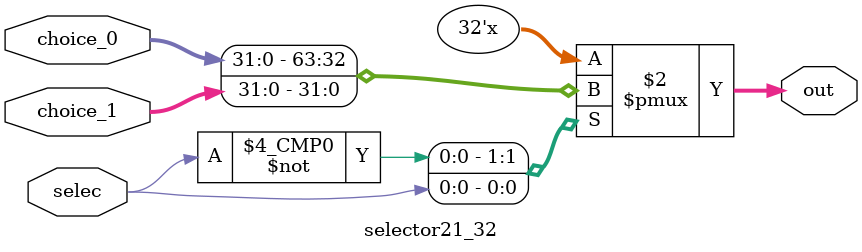
<source format=v>
`timescale 1ns / 1ps


module selector21_32(
	input [31:0] choice_0 , choice_1,
	input selec,
	output reg [31:0] out
);

	always@(*)
	begin
		case(selec)
			1'b0: out = choice_0;
			1'b1: out = choice_1;
		endcase
	end
endmodule

</source>
